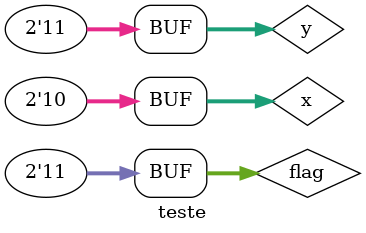
<source format=v>


module and2bit(output [1:0] s , input [1:0] a , input [1:0] b);

and AND0(s[0],a[0],b[0]); 
and AND1(s[1],a[1],b[1]);

endmodule //--fim and2Bit



module or2bit(output [1:0] s , input [1:0] a , input [1:0] b);

or OR0(s[0],a[0],b[0]); 
or OR1(s[1],a[1],b[1]);

endmodule //--fim or2Bit



module not2bit(output [1:0] s , input [1:0] a);

not NOT0( s[0] , a[0] );
not NOT1( s[1] , a[1] );

endmodule //-- Fim not2bit



// ------------------------- 
// xorXNOR
// ------------------------- 

module xorXNOR ( output [1:0] s1 , output [1:0] s2 , input [1:0] a , input [1:0] b);
 
//-- and para os bits - saida s1
xor XOR0(s1[0],a[0],b[0]); 
xor XOR1(s1[1],a[1],b[1]);

//-- or para os bits - saida s2
xnor XNOR0(s2[0],a[0],b[0]); 
xnor XNOR1(s2[1],a[1],b[1]);

endmodule //-- xorXNOR

// ------------------------- 
// orNOR 
// ------------------------- 

module orNOR ( output [1:0] s1 , output [1:0] s2 , input [1:0] a , input [1:0] b);
 
//-- and para os bits - saida s1
or OR0(s1[0],a[0],b[0]); 
or OR1(s1[1],a[1],b[1]);

//-- or para os bits - saida s2
nor NOR0(s2[0],a[0],b[0]); 
nor NOR1(s2[1],a[1],b[1]);

endmodule //-- orNOR



//-------------------------------------------------------------------------------------------------------------------------------------------------------------------



// ------------------------- 
// Seletor
// ------------------------- 

module seletor( output [1:0] s1 , output [1:0] s2 , input[1:0] flag, input [1:0] a , input [1:0] b );

//--primeira parte seletor

//--saida xor xnor

wire [1:0]tmpXOR1;//-- saida XOR
wire [1:0]tmpXNOR1;//-- saida XNOR

xorXNOR XORXNOR1( tmpXOR1 , tmpXNOR1 , a , b );

//-- saida or nor

wire [1:0]tmpOR1;//-- saida OR
wire [1:0]tmpNOR1;//-- saida NOR

orNOR ORNOR1( tmpOR1 , tmpNOR1 , a , b );

//--operacoes com Flag
wire [1:0] st1;
wire [1:0] st2;
wire [1:0] st3;
wire [1:0] st4;

and2bit AND1( st1 , tmpXOR1 , ~flag );
and2bit AND2( st2 , tmpXNOR1 , ~flag );
and2bit AND3( st3 , tmpOR1 , flag );
and2bit AND4( st4 , tmpNOR1 , flag );

//--Saidas
or2bit OR1( s1 , st1 , st3 ); //-- saida XOR ou OR
or2bit OR2( s2 , st2 , st4 ); //-- saida XNOR ou NOR


endmodule //--seletor


//-------------------------------------------------------------------------------------------------------------------------------------------------------------------------------------------

module teste; 

// ------------------------- definir dados
reg [1:0] x; //-- x vai ser o a no teste
reg [1:0] y; //-- y vai ser o b no teste
reg [1:0] flag;
wire [1:0] s1; //-- saida XOR ou OR
wire [1:0] s2; //-- saida XNOR ou NOR
seletor andNANDorNOR ( s1 , s2 , flag , x , y); 

// ------------------------- parte principal 

initial begin 

$display("Exemplo0034 - Alvaro Henrique de Araujo Rungue - 395487"); 
$display("\nTest LU's module XOR ou NOR / XNOR ou NOR:"); 

//-- projetar testes do modulo com flag 00
x = 2'b00; y = 2'b00; flag = 2'b00; 
$display("\nFlag = 0:");
#1 $display("x ,	y ,	Flag ,	Saida XOR ou OR , Saida XNOR ou NOR:");
#1 $monitor("%2b	%2b	%2b	%2b		    %2b ", x , y , flag , s1 , s2);

#1 x = 2'b00; y = 2'b01; flag = 2'b00;
#1 x = 2'b00; y = 2'b10; flag = 2'b00;
#1 x = 2'b00; y = 2'b11; flag = 2'b00;
#1 $display("\n");
#1 x = 2'b01; y = 2'b00; flag = 2'b00;
#1 x = 2'b01; y = 2'b01; flag = 2'b00;
#1 x = 2'b01; y = 2'b10; flag = 2'b00;
#1 x = 2'b01; y = 2'b11; flag = 2'b00;
#1 $display("\n");
#1 x = 2'b10; y = 2'b00; flag = 2'b00;
#1 x = 2'b10; y = 2'b01; flag = 2'b00;
#1 x = 2'b10; y = 2'b10; flag = 2'b00;
#1 x = 2'b10; y = 2'b11; flag = 2'b00;
#1 $display("\n");
#1 x = 2'b11; y = 2'b00; flag = 2'b00;
#1 x = 2'b11; y = 2'b01; flag = 2'b00;
#1 x = 2'b11; y = 2'b10; flag = 2'b00;
#1 x = 2'b11; y = 2'b11; flag = 2'b00;

//-- projetar testes do modulo com flag 11
#1 $display("\nFlag = 1:");
#1 $display("x ,	y ,	Flag ,	Saida XOR ou OR , Saida XNOR ou NOR:");

#1 x = 2'b00; y = 2'b00; flag = 2'b11; 
//--#1 $monitor("%2b	%2b	%2b	%2b", x , y , flag , s);
#1 x = 2'b00; y = 2'b01; flag = 2'b11;
#1 x = 2'b00; y = 2'b10; flag = 2'b11;
#1 x = 2'b00; y = 2'b11; flag = 2'b11;
#1 $display("\n");
#1 x = 2'b11; y = 2'b00; flag = 2'b11;
#1 x = 2'b11; y = 2'b01; flag = 2'b11;
#1 x = 2'b11; y = 2'b10; flag = 2'b11;
#1 x = 2'b11; y = 2'b11; flag = 2'b11;
#1 $display("\n");
#1 x = 2'b01; y = 2'b00; flag = 2'b11;
#1 x = 2'b01; y = 2'b01; flag = 2'b11;
#1 x = 2'b01; y = 2'b10; flag = 2'b11;
#1 x = 2'b01; y = 2'b11; flag = 2'b11;
#1 $display("\n");
#1 x = 2'b10; y = 2'b00; flag = 2'b11;
#1 x = 2'b10; y = 2'b01; flag = 2'b11;
#1 x = 2'b10; y = 2'b10; flag = 2'b11;
#1 x = 2'b10; y = 2'b11; flag = 2'b11;

end 

endmodule //-- f4comSelecao
</source>
